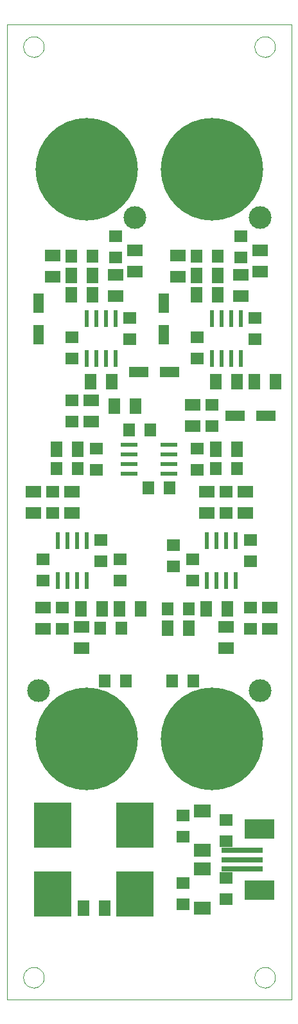
<source format=gbp>
G75*
G70*
%OFA0B0*%
%FSLAX24Y24*%
%IPPOS*%
%LPD*%
%AMOC8*
5,1,8,0,0,1.08239X$1,22.5*
%
%ADD10C,0.0000*%
%ADD11C,0.1181*%
%ADD12C,0.5315*%
%ADD13R,0.0787X0.0630*%
%ADD14R,0.1969X0.2362*%
%ADD15R,0.0709X0.0630*%
%ADD16R,0.0240X0.0870*%
%ADD17R,0.0630X0.0787*%
%ADD18R,0.1575X0.1024*%
%ADD19R,0.2165X0.0315*%
%ADD20R,0.0630X0.0709*%
%ADD21R,0.0551X0.1024*%
%ADD22R,0.1024X0.0551*%
%ADD23R,0.0870X0.0240*%
%ADD24R,0.0866X0.0709*%
D10*
X000142Y000180D02*
X000142Y050680D01*
X014892Y050680D01*
X014892Y000180D01*
X000142Y000180D01*
X000986Y001330D02*
X000988Y001376D01*
X000994Y001421D01*
X001004Y001466D01*
X001017Y001509D01*
X001034Y001552D01*
X001055Y001592D01*
X001079Y001631D01*
X001107Y001667D01*
X001138Y001701D01*
X001171Y001733D01*
X001207Y001761D01*
X001245Y001786D01*
X001285Y001808D01*
X001327Y001826D01*
X001370Y001840D01*
X001415Y001851D01*
X001460Y001858D01*
X001506Y001861D01*
X001551Y001860D01*
X001597Y001855D01*
X001642Y001846D01*
X001685Y001834D01*
X001728Y001817D01*
X001769Y001797D01*
X001808Y001774D01*
X001846Y001747D01*
X001880Y001717D01*
X001912Y001685D01*
X001941Y001649D01*
X001967Y001612D01*
X001990Y001572D01*
X002009Y001531D01*
X002024Y001488D01*
X002036Y001443D01*
X002044Y001398D01*
X002048Y001353D01*
X002048Y001307D01*
X002044Y001262D01*
X002036Y001217D01*
X002024Y001172D01*
X002009Y001129D01*
X001990Y001088D01*
X001967Y001048D01*
X001941Y001011D01*
X001912Y000975D01*
X001880Y000943D01*
X001846Y000913D01*
X001808Y000886D01*
X001769Y000863D01*
X001728Y000843D01*
X001685Y000826D01*
X001642Y000814D01*
X001597Y000805D01*
X001551Y000800D01*
X001506Y000799D01*
X001460Y000802D01*
X001415Y000809D01*
X001370Y000820D01*
X001327Y000834D01*
X001285Y000852D01*
X001245Y000874D01*
X001207Y000899D01*
X001171Y000927D01*
X001138Y000959D01*
X001107Y000993D01*
X001079Y001029D01*
X001055Y001068D01*
X001034Y001108D01*
X001017Y001151D01*
X001004Y001194D01*
X000994Y001239D01*
X000988Y001284D01*
X000986Y001330D01*
X002692Y013680D02*
X002694Y013759D01*
X002700Y013838D01*
X002710Y013917D01*
X002724Y013995D01*
X002741Y014072D01*
X002763Y014148D01*
X002788Y014223D01*
X002818Y014296D01*
X002850Y014368D01*
X002887Y014439D01*
X002927Y014507D01*
X002970Y014573D01*
X003016Y014637D01*
X003066Y014699D01*
X003119Y014758D01*
X003174Y014814D01*
X003233Y014868D01*
X003294Y014918D01*
X003357Y014966D01*
X003423Y015010D01*
X003491Y015051D01*
X003561Y015088D01*
X003632Y015122D01*
X003706Y015152D01*
X003780Y015178D01*
X003856Y015200D01*
X003933Y015219D01*
X004011Y015234D01*
X004089Y015245D01*
X004168Y015252D01*
X004247Y015255D01*
X004326Y015254D01*
X004405Y015249D01*
X004484Y015240D01*
X004562Y015227D01*
X004639Y015210D01*
X004716Y015190D01*
X004791Y015165D01*
X004865Y015137D01*
X004938Y015105D01*
X005008Y015070D01*
X005077Y015031D01*
X005144Y014988D01*
X005209Y014942D01*
X005271Y014894D01*
X005331Y014842D01*
X005388Y014787D01*
X005442Y014729D01*
X005493Y014669D01*
X005541Y014606D01*
X005586Y014541D01*
X005628Y014473D01*
X005666Y014404D01*
X005700Y014333D01*
X005731Y014260D01*
X005759Y014185D01*
X005782Y014110D01*
X005802Y014033D01*
X005818Y013956D01*
X005830Y013877D01*
X005838Y013799D01*
X005842Y013720D01*
X005842Y013640D01*
X005838Y013561D01*
X005830Y013483D01*
X005818Y013404D01*
X005802Y013327D01*
X005782Y013250D01*
X005759Y013175D01*
X005731Y013100D01*
X005700Y013027D01*
X005666Y012956D01*
X005628Y012887D01*
X005586Y012819D01*
X005541Y012754D01*
X005493Y012691D01*
X005442Y012631D01*
X005388Y012573D01*
X005331Y012518D01*
X005271Y012466D01*
X005209Y012418D01*
X005144Y012372D01*
X005077Y012329D01*
X005008Y012290D01*
X004938Y012255D01*
X004865Y012223D01*
X004791Y012195D01*
X004716Y012170D01*
X004639Y012150D01*
X004562Y012133D01*
X004484Y012120D01*
X004405Y012111D01*
X004326Y012106D01*
X004247Y012105D01*
X004168Y012108D01*
X004089Y012115D01*
X004011Y012126D01*
X003933Y012141D01*
X003856Y012160D01*
X003780Y012182D01*
X003706Y012208D01*
X003632Y012238D01*
X003561Y012272D01*
X003491Y012309D01*
X003423Y012350D01*
X003357Y012394D01*
X003294Y012442D01*
X003233Y012492D01*
X003174Y012546D01*
X003119Y012602D01*
X003066Y012661D01*
X003016Y012723D01*
X002970Y012787D01*
X002927Y012853D01*
X002887Y012921D01*
X002850Y012992D01*
X002818Y013064D01*
X002788Y013137D01*
X002763Y013212D01*
X002741Y013288D01*
X002724Y013365D01*
X002710Y013443D01*
X002700Y013522D01*
X002694Y013601D01*
X002692Y013680D01*
X009192Y013680D02*
X009194Y013759D01*
X009200Y013838D01*
X009210Y013917D01*
X009224Y013995D01*
X009241Y014072D01*
X009263Y014148D01*
X009288Y014223D01*
X009318Y014296D01*
X009350Y014368D01*
X009387Y014439D01*
X009427Y014507D01*
X009470Y014573D01*
X009516Y014637D01*
X009566Y014699D01*
X009619Y014758D01*
X009674Y014814D01*
X009733Y014868D01*
X009794Y014918D01*
X009857Y014966D01*
X009923Y015010D01*
X009991Y015051D01*
X010061Y015088D01*
X010132Y015122D01*
X010206Y015152D01*
X010280Y015178D01*
X010356Y015200D01*
X010433Y015219D01*
X010511Y015234D01*
X010589Y015245D01*
X010668Y015252D01*
X010747Y015255D01*
X010826Y015254D01*
X010905Y015249D01*
X010984Y015240D01*
X011062Y015227D01*
X011139Y015210D01*
X011216Y015190D01*
X011291Y015165D01*
X011365Y015137D01*
X011438Y015105D01*
X011508Y015070D01*
X011577Y015031D01*
X011644Y014988D01*
X011709Y014942D01*
X011771Y014894D01*
X011831Y014842D01*
X011888Y014787D01*
X011942Y014729D01*
X011993Y014669D01*
X012041Y014606D01*
X012086Y014541D01*
X012128Y014473D01*
X012166Y014404D01*
X012200Y014333D01*
X012231Y014260D01*
X012259Y014185D01*
X012282Y014110D01*
X012302Y014033D01*
X012318Y013956D01*
X012330Y013877D01*
X012338Y013799D01*
X012342Y013720D01*
X012342Y013640D01*
X012338Y013561D01*
X012330Y013483D01*
X012318Y013404D01*
X012302Y013327D01*
X012282Y013250D01*
X012259Y013175D01*
X012231Y013100D01*
X012200Y013027D01*
X012166Y012956D01*
X012128Y012887D01*
X012086Y012819D01*
X012041Y012754D01*
X011993Y012691D01*
X011942Y012631D01*
X011888Y012573D01*
X011831Y012518D01*
X011771Y012466D01*
X011709Y012418D01*
X011644Y012372D01*
X011577Y012329D01*
X011508Y012290D01*
X011438Y012255D01*
X011365Y012223D01*
X011291Y012195D01*
X011216Y012170D01*
X011139Y012150D01*
X011062Y012133D01*
X010984Y012120D01*
X010905Y012111D01*
X010826Y012106D01*
X010747Y012105D01*
X010668Y012108D01*
X010589Y012115D01*
X010511Y012126D01*
X010433Y012141D01*
X010356Y012160D01*
X010280Y012182D01*
X010206Y012208D01*
X010132Y012238D01*
X010061Y012272D01*
X009991Y012309D01*
X009923Y012350D01*
X009857Y012394D01*
X009794Y012442D01*
X009733Y012492D01*
X009674Y012546D01*
X009619Y012602D01*
X009566Y012661D01*
X009516Y012723D01*
X009470Y012787D01*
X009427Y012853D01*
X009387Y012921D01*
X009350Y012992D01*
X009318Y013064D01*
X009288Y013137D01*
X009263Y013212D01*
X009241Y013288D01*
X009224Y013365D01*
X009210Y013443D01*
X009200Y013522D01*
X009194Y013601D01*
X009192Y013680D01*
X012986Y001330D02*
X012988Y001376D01*
X012994Y001421D01*
X013004Y001466D01*
X013017Y001509D01*
X013034Y001552D01*
X013055Y001592D01*
X013079Y001631D01*
X013107Y001667D01*
X013138Y001701D01*
X013171Y001733D01*
X013207Y001761D01*
X013245Y001786D01*
X013285Y001808D01*
X013327Y001826D01*
X013370Y001840D01*
X013415Y001851D01*
X013460Y001858D01*
X013506Y001861D01*
X013551Y001860D01*
X013597Y001855D01*
X013642Y001846D01*
X013685Y001834D01*
X013728Y001817D01*
X013769Y001797D01*
X013808Y001774D01*
X013846Y001747D01*
X013880Y001717D01*
X013912Y001685D01*
X013941Y001649D01*
X013967Y001612D01*
X013990Y001572D01*
X014009Y001531D01*
X014024Y001488D01*
X014036Y001443D01*
X014044Y001398D01*
X014048Y001353D01*
X014048Y001307D01*
X014044Y001262D01*
X014036Y001217D01*
X014024Y001172D01*
X014009Y001129D01*
X013990Y001088D01*
X013967Y001048D01*
X013941Y001011D01*
X013912Y000975D01*
X013880Y000943D01*
X013846Y000913D01*
X013808Y000886D01*
X013769Y000863D01*
X013728Y000843D01*
X013685Y000826D01*
X013642Y000814D01*
X013597Y000805D01*
X013551Y000800D01*
X013506Y000799D01*
X013460Y000802D01*
X013415Y000809D01*
X013370Y000820D01*
X013327Y000834D01*
X013285Y000852D01*
X013245Y000874D01*
X013207Y000899D01*
X013171Y000927D01*
X013138Y000959D01*
X013107Y000993D01*
X013079Y001029D01*
X013055Y001068D01*
X013034Y001108D01*
X013017Y001151D01*
X013004Y001194D01*
X012994Y001239D01*
X012988Y001284D01*
X012986Y001330D01*
X009192Y043180D02*
X009194Y043259D01*
X009200Y043338D01*
X009210Y043417D01*
X009224Y043495D01*
X009241Y043572D01*
X009263Y043648D01*
X009288Y043723D01*
X009318Y043796D01*
X009350Y043868D01*
X009387Y043939D01*
X009427Y044007D01*
X009470Y044073D01*
X009516Y044137D01*
X009566Y044199D01*
X009619Y044258D01*
X009674Y044314D01*
X009733Y044368D01*
X009794Y044418D01*
X009857Y044466D01*
X009923Y044510D01*
X009991Y044551D01*
X010061Y044588D01*
X010132Y044622D01*
X010206Y044652D01*
X010280Y044678D01*
X010356Y044700D01*
X010433Y044719D01*
X010511Y044734D01*
X010589Y044745D01*
X010668Y044752D01*
X010747Y044755D01*
X010826Y044754D01*
X010905Y044749D01*
X010984Y044740D01*
X011062Y044727D01*
X011139Y044710D01*
X011216Y044690D01*
X011291Y044665D01*
X011365Y044637D01*
X011438Y044605D01*
X011508Y044570D01*
X011577Y044531D01*
X011644Y044488D01*
X011709Y044442D01*
X011771Y044394D01*
X011831Y044342D01*
X011888Y044287D01*
X011942Y044229D01*
X011993Y044169D01*
X012041Y044106D01*
X012086Y044041D01*
X012128Y043973D01*
X012166Y043904D01*
X012200Y043833D01*
X012231Y043760D01*
X012259Y043685D01*
X012282Y043610D01*
X012302Y043533D01*
X012318Y043456D01*
X012330Y043377D01*
X012338Y043299D01*
X012342Y043220D01*
X012342Y043140D01*
X012338Y043061D01*
X012330Y042983D01*
X012318Y042904D01*
X012302Y042827D01*
X012282Y042750D01*
X012259Y042675D01*
X012231Y042600D01*
X012200Y042527D01*
X012166Y042456D01*
X012128Y042387D01*
X012086Y042319D01*
X012041Y042254D01*
X011993Y042191D01*
X011942Y042131D01*
X011888Y042073D01*
X011831Y042018D01*
X011771Y041966D01*
X011709Y041918D01*
X011644Y041872D01*
X011577Y041829D01*
X011508Y041790D01*
X011438Y041755D01*
X011365Y041723D01*
X011291Y041695D01*
X011216Y041670D01*
X011139Y041650D01*
X011062Y041633D01*
X010984Y041620D01*
X010905Y041611D01*
X010826Y041606D01*
X010747Y041605D01*
X010668Y041608D01*
X010589Y041615D01*
X010511Y041626D01*
X010433Y041641D01*
X010356Y041660D01*
X010280Y041682D01*
X010206Y041708D01*
X010132Y041738D01*
X010061Y041772D01*
X009991Y041809D01*
X009923Y041850D01*
X009857Y041894D01*
X009794Y041942D01*
X009733Y041992D01*
X009674Y042046D01*
X009619Y042102D01*
X009566Y042161D01*
X009516Y042223D01*
X009470Y042287D01*
X009427Y042353D01*
X009387Y042421D01*
X009350Y042492D01*
X009318Y042564D01*
X009288Y042637D01*
X009263Y042712D01*
X009241Y042788D01*
X009224Y042865D01*
X009210Y042943D01*
X009200Y043022D01*
X009194Y043101D01*
X009192Y043180D01*
X012986Y049530D02*
X012988Y049576D01*
X012994Y049621D01*
X013004Y049666D01*
X013017Y049709D01*
X013034Y049752D01*
X013055Y049792D01*
X013079Y049831D01*
X013107Y049867D01*
X013138Y049901D01*
X013171Y049933D01*
X013207Y049961D01*
X013245Y049986D01*
X013285Y050008D01*
X013327Y050026D01*
X013370Y050040D01*
X013415Y050051D01*
X013460Y050058D01*
X013506Y050061D01*
X013551Y050060D01*
X013597Y050055D01*
X013642Y050046D01*
X013685Y050034D01*
X013728Y050017D01*
X013769Y049997D01*
X013808Y049974D01*
X013846Y049947D01*
X013880Y049917D01*
X013912Y049885D01*
X013941Y049849D01*
X013967Y049812D01*
X013990Y049772D01*
X014009Y049731D01*
X014024Y049688D01*
X014036Y049643D01*
X014044Y049598D01*
X014048Y049553D01*
X014048Y049507D01*
X014044Y049462D01*
X014036Y049417D01*
X014024Y049372D01*
X014009Y049329D01*
X013990Y049288D01*
X013967Y049248D01*
X013941Y049211D01*
X013912Y049175D01*
X013880Y049143D01*
X013846Y049113D01*
X013808Y049086D01*
X013769Y049063D01*
X013728Y049043D01*
X013685Y049026D01*
X013642Y049014D01*
X013597Y049005D01*
X013551Y049000D01*
X013506Y048999D01*
X013460Y049002D01*
X013415Y049009D01*
X013370Y049020D01*
X013327Y049034D01*
X013285Y049052D01*
X013245Y049074D01*
X013207Y049099D01*
X013171Y049127D01*
X013138Y049159D01*
X013107Y049193D01*
X013079Y049229D01*
X013055Y049268D01*
X013034Y049308D01*
X013017Y049351D01*
X013004Y049394D01*
X012994Y049439D01*
X012988Y049484D01*
X012986Y049530D01*
X002692Y043180D02*
X002694Y043259D01*
X002700Y043338D01*
X002710Y043417D01*
X002724Y043495D01*
X002741Y043572D01*
X002763Y043648D01*
X002788Y043723D01*
X002818Y043796D01*
X002850Y043868D01*
X002887Y043939D01*
X002927Y044007D01*
X002970Y044073D01*
X003016Y044137D01*
X003066Y044199D01*
X003119Y044258D01*
X003174Y044314D01*
X003233Y044368D01*
X003294Y044418D01*
X003357Y044466D01*
X003423Y044510D01*
X003491Y044551D01*
X003561Y044588D01*
X003632Y044622D01*
X003706Y044652D01*
X003780Y044678D01*
X003856Y044700D01*
X003933Y044719D01*
X004011Y044734D01*
X004089Y044745D01*
X004168Y044752D01*
X004247Y044755D01*
X004326Y044754D01*
X004405Y044749D01*
X004484Y044740D01*
X004562Y044727D01*
X004639Y044710D01*
X004716Y044690D01*
X004791Y044665D01*
X004865Y044637D01*
X004938Y044605D01*
X005008Y044570D01*
X005077Y044531D01*
X005144Y044488D01*
X005209Y044442D01*
X005271Y044394D01*
X005331Y044342D01*
X005388Y044287D01*
X005442Y044229D01*
X005493Y044169D01*
X005541Y044106D01*
X005586Y044041D01*
X005628Y043973D01*
X005666Y043904D01*
X005700Y043833D01*
X005731Y043760D01*
X005759Y043685D01*
X005782Y043610D01*
X005802Y043533D01*
X005818Y043456D01*
X005830Y043377D01*
X005838Y043299D01*
X005842Y043220D01*
X005842Y043140D01*
X005838Y043061D01*
X005830Y042983D01*
X005818Y042904D01*
X005802Y042827D01*
X005782Y042750D01*
X005759Y042675D01*
X005731Y042600D01*
X005700Y042527D01*
X005666Y042456D01*
X005628Y042387D01*
X005586Y042319D01*
X005541Y042254D01*
X005493Y042191D01*
X005442Y042131D01*
X005388Y042073D01*
X005331Y042018D01*
X005271Y041966D01*
X005209Y041918D01*
X005144Y041872D01*
X005077Y041829D01*
X005008Y041790D01*
X004938Y041755D01*
X004865Y041723D01*
X004791Y041695D01*
X004716Y041670D01*
X004639Y041650D01*
X004562Y041633D01*
X004484Y041620D01*
X004405Y041611D01*
X004326Y041606D01*
X004247Y041605D01*
X004168Y041608D01*
X004089Y041615D01*
X004011Y041626D01*
X003933Y041641D01*
X003856Y041660D01*
X003780Y041682D01*
X003706Y041708D01*
X003632Y041738D01*
X003561Y041772D01*
X003491Y041809D01*
X003423Y041850D01*
X003357Y041894D01*
X003294Y041942D01*
X003233Y041992D01*
X003174Y042046D01*
X003119Y042102D01*
X003066Y042161D01*
X003016Y042223D01*
X002970Y042287D01*
X002927Y042353D01*
X002887Y042421D01*
X002850Y042492D01*
X002818Y042564D01*
X002788Y042637D01*
X002763Y042712D01*
X002741Y042788D01*
X002724Y042865D01*
X002710Y042943D01*
X002700Y043022D01*
X002694Y043101D01*
X002692Y043180D01*
X000986Y049530D02*
X000988Y049576D01*
X000994Y049621D01*
X001004Y049666D01*
X001017Y049709D01*
X001034Y049752D01*
X001055Y049792D01*
X001079Y049831D01*
X001107Y049867D01*
X001138Y049901D01*
X001171Y049933D01*
X001207Y049961D01*
X001245Y049986D01*
X001285Y050008D01*
X001327Y050026D01*
X001370Y050040D01*
X001415Y050051D01*
X001460Y050058D01*
X001506Y050061D01*
X001551Y050060D01*
X001597Y050055D01*
X001642Y050046D01*
X001685Y050034D01*
X001728Y050017D01*
X001769Y049997D01*
X001808Y049974D01*
X001846Y049947D01*
X001880Y049917D01*
X001912Y049885D01*
X001941Y049849D01*
X001967Y049812D01*
X001990Y049772D01*
X002009Y049731D01*
X002024Y049688D01*
X002036Y049643D01*
X002044Y049598D01*
X002048Y049553D01*
X002048Y049507D01*
X002044Y049462D01*
X002036Y049417D01*
X002024Y049372D01*
X002009Y049329D01*
X001990Y049288D01*
X001967Y049248D01*
X001941Y049211D01*
X001912Y049175D01*
X001880Y049143D01*
X001846Y049113D01*
X001808Y049086D01*
X001769Y049063D01*
X001728Y049043D01*
X001685Y049026D01*
X001642Y049014D01*
X001597Y049005D01*
X001551Y049000D01*
X001506Y048999D01*
X001460Y049002D01*
X001415Y049009D01*
X001370Y049020D01*
X001327Y049034D01*
X001285Y049052D01*
X001245Y049074D01*
X001207Y049099D01*
X001171Y049127D01*
X001138Y049159D01*
X001107Y049193D01*
X001079Y049229D01*
X001055Y049268D01*
X001034Y049308D01*
X001017Y049351D01*
X001004Y049394D01*
X000994Y049439D01*
X000988Y049484D01*
X000986Y049530D01*
D11*
X006767Y040680D03*
X013267Y040680D03*
X013267Y016180D03*
X001767Y016180D03*
D12*
X004267Y013680D03*
X010767Y013680D03*
X010767Y043180D03*
X004267Y043180D03*
D13*
X005767Y037731D03*
X005767Y036629D03*
X006767Y037879D03*
X006767Y038981D03*
X009017Y038731D03*
X009017Y037629D03*
X009767Y030981D03*
X009767Y029879D03*
X010517Y026481D03*
X010517Y025379D03*
X011517Y019481D03*
X011517Y018379D03*
X012517Y025379D03*
X012517Y026481D03*
X013767Y020481D03*
X013767Y019379D03*
X012267Y036629D03*
X012267Y037731D03*
X013267Y037879D03*
X013267Y038981D03*
X004517Y031231D03*
X004517Y030129D03*
X003517Y026481D03*
X003517Y025379D03*
X002017Y020481D03*
X002017Y019379D03*
X001517Y025379D03*
X001517Y026481D03*
X004017Y019481D03*
X004017Y018379D03*
X002517Y037629D03*
X002517Y038731D03*
D14*
X002517Y009202D03*
X002517Y005658D03*
X006767Y005658D03*
X006767Y009202D03*
D15*
X009267Y009731D03*
X009267Y008629D03*
X009267Y006231D03*
X009267Y005129D03*
X011517Y005379D03*
X011517Y006481D03*
X011517Y008379D03*
X011517Y009481D03*
X012767Y019379D03*
X012767Y020481D03*
X012767Y022879D03*
X012767Y023981D03*
X011517Y025379D03*
X011517Y026481D03*
X010767Y029879D03*
X010767Y030981D03*
X010017Y028731D03*
X010017Y027629D03*
X008767Y023731D03*
X008767Y022629D03*
X009767Y022981D03*
X009767Y021879D03*
X010017Y033379D03*
X010017Y034481D03*
X012267Y038629D03*
X012267Y039731D03*
X013017Y035481D03*
X013017Y034379D03*
X006517Y034379D03*
X006517Y035481D03*
X005767Y038629D03*
X005767Y039731D03*
X003517Y034481D03*
X003517Y033379D03*
X003517Y031231D03*
X003517Y030129D03*
X002517Y026481D03*
X002517Y025379D03*
X002017Y022981D03*
X002017Y021879D03*
X003017Y020481D03*
X003017Y019379D03*
X005017Y022879D03*
X005017Y023981D03*
X006017Y022981D03*
X006017Y021879D03*
X004767Y027629D03*
X004767Y028731D03*
D16*
X004767Y033400D03*
X005267Y033400D03*
X005767Y033400D03*
X005767Y035460D03*
X005267Y035460D03*
X004767Y035460D03*
X004267Y035460D03*
X004267Y033400D03*
X004267Y023960D03*
X003767Y023960D03*
X003267Y023960D03*
X002767Y023960D03*
X002767Y021900D03*
X003267Y021900D03*
X003767Y021900D03*
X004267Y021900D03*
X010517Y021900D03*
X011017Y021900D03*
X011517Y021900D03*
X012017Y021900D03*
X012017Y023960D03*
X011517Y023960D03*
X011017Y023960D03*
X010517Y023960D03*
X010767Y033400D03*
X011267Y033400D03*
X011767Y033400D03*
X012267Y033400D03*
X012267Y035460D03*
X011767Y035460D03*
X011267Y035460D03*
X010767Y035460D03*
D17*
X011068Y036680D03*
X011068Y037680D03*
X009965Y037680D03*
X009965Y036680D03*
X010965Y032180D03*
X012068Y032180D03*
X012965Y032180D03*
X012068Y028680D03*
X010965Y028680D03*
X010465Y020430D03*
X009568Y019430D03*
X008465Y019430D03*
X007068Y020430D03*
X005965Y020430D03*
X005068Y020430D03*
X003965Y020430D03*
X003818Y028680D03*
X002715Y028680D03*
X004465Y032180D03*
X005568Y032180D03*
X005715Y030930D03*
X006818Y030930D03*
X004568Y036680D03*
X004568Y037680D03*
X003465Y037680D03*
X003465Y036680D03*
X011568Y020430D03*
X014068Y032180D03*
X005193Y004930D03*
X004090Y004930D03*
D18*
X013248Y005855D03*
X013248Y009005D03*
D19*
X012354Y007922D03*
X012354Y007430D03*
X012354Y006938D03*
D20*
X009818Y016680D03*
X008715Y016680D03*
X008465Y020430D03*
X009568Y020430D03*
X008568Y026680D03*
X007568Y029680D03*
X007465Y026680D03*
X006465Y029680D03*
X003818Y027680D03*
X002715Y027680D03*
X004965Y019430D03*
X005215Y016680D03*
X006068Y019430D03*
X006318Y016680D03*
X010965Y027680D03*
X012068Y027680D03*
X011068Y038680D03*
X009965Y038680D03*
X004568Y038680D03*
X003465Y038680D03*
D21*
X001767Y036237D03*
X001767Y034623D03*
X008267Y034623D03*
X008267Y036237D03*
D22*
X008574Y032680D03*
X006960Y032680D03*
X011960Y030430D03*
X013574Y030430D03*
D23*
X008547Y028930D03*
X008547Y028430D03*
X008547Y027930D03*
X008547Y027430D03*
X006487Y027430D03*
X006487Y027930D03*
X006487Y028430D03*
X006487Y028930D03*
D24*
X010267Y009934D03*
X010267Y007926D03*
X010267Y006934D03*
X010267Y004926D03*
M02*

</source>
